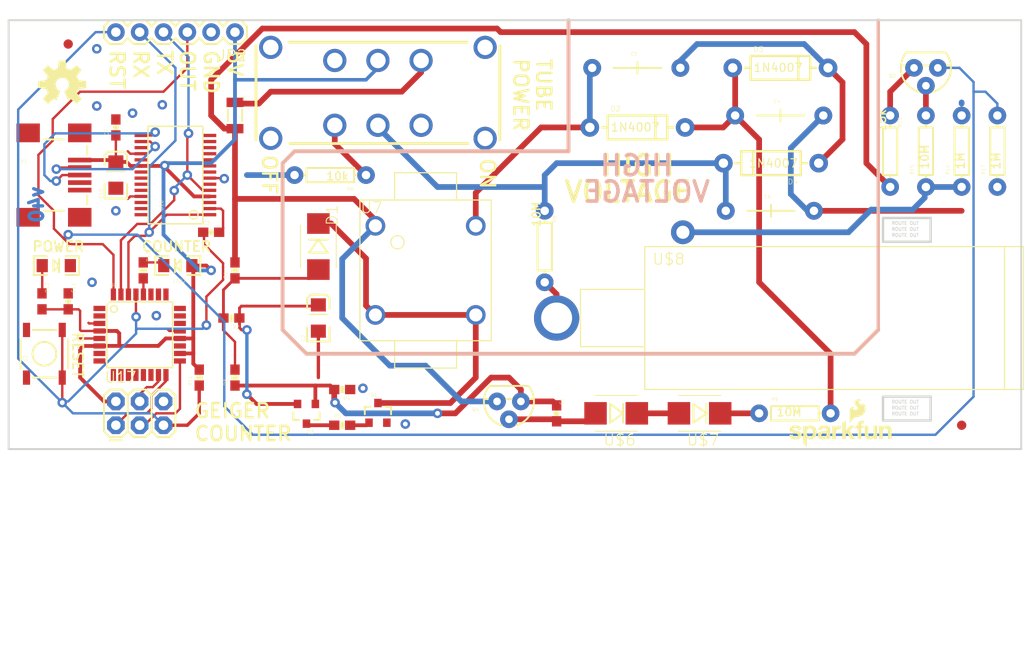
<source format=kicad_pcb>
(kicad_pcb (version 20211014) (generator pcbnew)
  (layers (0 "F.Cu" signal) (31 "B.Cu" signal) (34 "B.Paste" user) (35 "F.Paste" user) (36 "B.SilkS" user "B.Silkscreen") (37 "F.SilkS" user "F.Silkscreen") (38 "B.Mask" user) (39 "F.Mask" user) (44 "Edge.Cuts" user))
  (net 0 "")
  (net 1 "5V")
  (net 2 "GND")
  (net 3 "N$2")
  (net 4 "N$4")
  (net 5 "N$6")
  (net 6 "N$9")
  (net 7 "N$10")
  (net 8 "OSC1")
  (net 9 "OSC2")
  (net 10 "N$11")
  (net 11 "N$12")
  (net 12 "HV")
  (net 13 "N$14")
  (net 14 "OUT")
  (net 15 "MISO")
  (net 16 "SCK")
  (net 17 "RST")
  (net 18 "MOSI")
  (net 19 "N$20")
  (net 20 "N$21")
  (net 21 "N$15")
  (net 22 "N$17")
  (net 23 "N$19")
  (net 24 "MCU_RX")
  (net 25 "MCU_TX")
  (net 26 "VCC")
  (net 27 "N$7")
  (net 28 "N$1")
  (net 29 "DTR")
  (net 30 "N$3")
  (net 31 "N$5")
  (net 32 "N$8")
  (net 33 "N$18")
  (net 34 "N$22")
  (net 35 "N$23")
  (net 36 "N$13")
  (footprint "boardEagle:EIA3216" (layer "F.Cu") (at 105.9561 98.6536 90)
    (fp_text reference "C10")
    (fp_text value "10uF")
  )
  (footprint "boardEagle:STAND-OFF" (layer "F.Cu") (at 199.9361 125.3236)
    (fp_text reference "U$4" hide)
    (fp_text value "STAND-OFF" hide)
  )
  (footprint "boardEagle:LED-1206" (layer "F.Cu") (at 112.5601 108.3056 180)
    (fp_text reference "LED2")
    (fp_text value "Green")
  )
  (footprint "boardEagle:0603-CAP" (layer "F.Cu") (at 100.8761 112.1156 -90)
    (fp_text reference "C11")
    (fp_text value "0.1uF")
  )
  (footprint "boardEagle:STAND-OFF" (layer "F.Cu") (at 199.9361 84.6836)
    (fp_text reference "U$3" hide)
    (fp_text value "STAND-OFF" hide)
  )
  (footprint "boardEagle:0603-RES" (layer "F.Cu") (at 118.2751 113.8936 180)
    (fp_text reference "R2")
    (fp_text value "1k")
  )
  (footprint "boardEagle:CAP-PTH-LARGE" (layer "F.Cu") (at 175.8061 102.4636)
    (fp_text reference "C6")
    (fp_text value "0.01uF")
  )
  (footprint "boardEagle:AXIAL-0.3" (layer "F.Cu") (at 196.1261 96.1136 90)
    (fp_text reference "R14")
    (fp_text value "1M")
  )
  (footprint "boardEagle:OSHW-LOGO-M" (layer "F.Cu") (at 100.2411 89.0016)
    (fp_text reference "LOGO1" hide)
    (fp_text value "OSHW-LOGOM" hide)
  )
  (footprint "boardEagle:0603-RES" (layer "F.Cu") (at 118.6561 108.8136 90)
    (fp_text reference "R1")
    (fp_text value "1k")
  )
  (footprint "boardEagle:AXIAL-0.3" (layer "F.Cu") (at 188.5061 96.1136 -90)
    (fp_text reference "R16")
    (fp_text value "15k")
  )
  (footprint "boardEagle:FIDUCIAL-1X2" (layer "F.Cu") (at 196.1261 125.3236)
    (fp_text reference "FID2" hide)
    (fp_text value "FIDUCIAL1X2" hide)
  )
  (footprint "boardEagle:TO-92" (layer "F.Cu") (at 192.3161 87.2236 180)
    (fp_text reference "Q2")
    (fp_text value "MPSA18")
  )
  (footprint "boardEagle:TQFP32-08" (layer "F.Cu") (at 108.4961 115.6716)
    (fp_text reference "U8")
    (fp_text value "")
  )
  (footprint "boardEagle:SOT23-3" (layer "F.Cu") (at 126.2761 124.0536 180)
    (fp_text reference "Q3")
    (fp_text value "MMBT4403")
  )
  (footprint "boardEagle:DIODE-1N4001" (layer "F.Cu") (at 176.8061 87.2236)
    (fp_text reference "D3")
    (fp_text value "1N4007")
  )
  (footprint "boardEagle:TACTILE_SWITCH_SMD" (layer "F.Cu") (at 98.3361 117.7036 90)
    (fp_text reference "S2")
    (fp_text value "Reset")
  )
  (footprint "boardEagle:AXIAL-0.3" (layer "F.Cu") (at 178.3461 124.0536)
    (fp_text reference "R9")
    (fp_text value "10M")
  )
  (footprint "boardEagle:DIODE-1N4001" (layer "F.Cu") (at 161.5661 93.5736)
    (fp_text reference "D2")
    (fp_text value "1N4007")
  )
  (footprint "boardEagle:0603" (layer "F.Cu") (at 98.0821 112.1156 -90)
    (fp_text reference "R12")
    (fp_text value "330")
  )
  (footprint "boardEagle:STAND-OFF" (layer "F.Cu") (at 97.0661 84.6836)
    (fp_text reference "U$2" hide)
    (fp_text value "STAND-OFF" hide)
  )
  (footprint "boardEagle:SOT23-3" (layer "F.Cu") (at 133.8961 124.0536)
    (fp_text reference "Q1")
    (fp_text value "MPSA42")
  )
  (footprint "boardEagle:SMB-DIODE" (layer "F.Cu") (at 168.1861 124.0536 180)
    (fp_text reference "U$7")
    (fp_text value "DIODE-ZENERSMB")
  )
  (footprint "boardEagle:0603-RES" (layer "F.Cu") (at 108.8771 108.8136 -90)
    (fp_text reference "R13")
    (fp_text value "330")
  )
  (footprint "boardEagle:AXIAL-0.3" (layer "F.Cu") (at 199.9361 96.1136 90)
    (fp_text reference "R17")
    (fp_text value "1M")
  )
  (footprint "boardEagle:PTC-1206" (layer "F.Cu") (at 118.6561 92.3036 -90)
    (fp_text reference "F1")
    (fp_text value "PTCSMD")
  )
  (footprint "boardEagle:SFE_LOGO_NAME_FLAME_.1" (layer "F.Cu") (at 177.3301 127.7366)
    (fp_text reference "LOGO2" hide)
    (fp_text value "SFE_LOGO_NAME_FLAME.1_INCH" hide)
  )
  (footprint "boardEagle:GEIGER_TUBE" (layer "F.Cu") (at 152.9461 113.8936)
    (fp_text reference "U$8")
    (fp_text value "GEIGER_TUBELND712")
  )
  (footprint "boardEagle:0603-RES" (layer "F.Cu") (at 114.8461 120.2436 90)
    (fp_text reference "R11")
    (fp_text value "10k")
  )
  (footprint "boardEagle:TO-92" (layer "F.Cu") (at 147.8661 122.7836 180)
    (fp_text reference "Q4")
    (fp_text value "MPSA18")
  )
  (footprint "boardEagle:0603-RES" (layer "F.Cu") (at 130.0861 121.5136 180)
    (fp_text reference "R4")
    (fp_text value "150k")
  )
  (footprint "boardEagle:CREATIVE_COMMONS" (layer "F.Cu") (at 116.315043 146.9136)
    (fp_text reference "FRAME2" hide)
    (fp_text value "FRAME-LEDGER" hide)
  )
  (footprint "boardEagle:CAP-PTH-LARGE" (layer "F.Cu") (at 176.8061 92.3036)
    (fp_text reference "C4")
    (fp_text value "0.01uF")
  )
  (footprint "boardEagle:DIODE-HV" (layer "F.Cu") (at 127.5461 106.2736 -90)
    (fp_text reference "D1")
    (fp_text value "1N4007")
  )
  (footprint "boardEagle:0603-CAP" (layer "F.Cu") (at 116.1161 104.7496)
    (fp_text reference "C3")
    (fp_text value "0.1uF")
  )
  (footprint "boardEagle:2X3" (layer "F.Cu") (at 105.9561 125.3236)
    (fp_text reference "U17")
    (fp_text value "AVR_SPI_PRG_6PTH")
  )
  (footprint "boardEagle:FIDUCIAL-1X2" (layer "F.Cu") (at 100.8761 84.6836)
    (fp_text reference "FID1" hide)
    (fp_text value "FIDUCIAL1X2" hide)
  )
  (footprint "boardEagle:AXIAL-0.3" (layer "F.Cu") (at 151.6761 106.2736 -90)
    (fp_text reference "R8")
    (fp_text value "10M")
  )
  (footprint "boardEagle:CAP-PTH-LARGE" (layer "F.Cu") (at 161.5661 87.2236)
    (fp_text reference "C5")
    (fp_text value "0.01uF")
  )
  (footprint "boardEagle:0603-CAP" (layer "F.Cu") (at 152.9461 124.0536 -90)
    (fp_text reference "C1")
    (fp_text value "0.1uF")
  )
  (footprint "boardEagle:USB-MINIB" (layer "F.Cu") (at 99.6061 98.6536)
    (fp_text reference "X1")
    (fp_text value "USBSMD")
  )
  (footprint "boardEagle:0603-CAP" (layer "F.Cu") (at 105.9561 93.5736 90)
    (fp_text reference "C7")
    (fp_text value "0.1uF")
  )
  (footprint "boardEagle:0603-RES" (layer "F.Cu") (at 118.6561 120.2436 90)
    (fp_text reference "R3")
    (fp_text value "100k")
  )
  (footprint "boardEagle:DIODE-1N4001" (layer "F.Cu") (at 175.8061 97.3836 180)
    (fp_text reference "D4")
    (fp_text value "1N4007")
  )
  (footprint "boardEagle:1X06" (layer "F.Cu") (at 118.6561 83.4136 180)
    (fp_text reference "JP2")
    (fp_text value "debug")
  )
  (footprint "boardEagle:SMB-DIODE" (layer "F.Cu") (at 159.2961 124.0536 180)
    (fp_text reference "U$6")
    (fp_text value "DIODE-ZENERSMB")
  )
  (footprint "boardEagle:GPI-152-3013" (layer "F.Cu") (at 133.8961 89.8906)
    (fp_text reference "S1" hide)
    (fp_text value "SWITCH-DPDTGPI" hide)
  )
  (footprint "boardEagle:SSOP28DB" (layer "F.Cu") (at 112.3061 98.6536 90)
    (fp_text reference "U10")
    (fp_text value "FT232RL-BASICSSOP")
  )
  (footprint "boardEagle:EIA3216" (layer "F.Cu") (at 127.5461 113.8936 90)
    (fp_text reference "C2")
    (fp_text value "10uF")
  )
  (footprint "boardEagle:TRANSFORMER" (layer "F.Cu") (at 138.9761 108.8136)
    (fp_text reference "U7")
    (fp_text value "TRANSFORMERAUDIO")
  )
  (footprint "boardEagle:0603-RES" (layer "F.Cu") (at 130.0861 125.3236)
    (fp_text reference "R5")
    (fp_text value "1.8k")
  )
  (footprint "boardEagle:AXIAL-0.3" (layer "F.Cu") (at 128.8161 98.6536 180)
    (fp_text reference "R6")
    (fp_text value "10k")
  )
  (footprint "boardEagle:STAND-OFF" (layer "F.Cu") (at 97.0661 125.3236)
    (fp_text reference "U$1" hide)
    (fp_text value "STAND-OFF" hide)
  )
  (footprint "boardEagle:AXIAL-0.3" (layer "F.Cu") (at 192.3161 96.1136 90)
    (fp_text reference "R15")
    (fp_text value "10M")
  )
  (footprint "boardEagle:LED-1206" (layer "F.Cu") (at 99.6061 108.3056)
    (fp_text reference "LED1")
    (fp_text value "Red")
  )
  (gr_line (start 154.2161 96.1136) (end 154.2161 82.1436) (layer "B.SilkS") (width 0.4064))
  (gr_line (start 154.2161 96.1136) (end 125.0061 96.1136) (layer "B.SilkS") (width 0.4064))
  (gr_line (start 187.2361 115.1636) (end 184.6961 117.7036) (layer "B.SilkS") (width 0.4064))
  (gr_line (start 123.7361 97.3836) (end 123.7361 115.1636) (layer "B.SilkS") (width 0.4064))
  (gr_line (start 187.2361 82.1436) (end 187.2361 115.1636) (layer "B.SilkS") (width 0.3556))
  (gr_line (start 123.7361 97.3836) (end 125.0061 96.1136) (layer "B.SilkS") (width 0.4064))
  (gr_line (start 123.7361 115.1636) (end 126.2761 117.7036) (layer "B.SilkS") (width 0.4064))
  (gr_line (start 126.2761 117.7036) (end 184.6961 117.7036) (layer "B.SilkS") (width 0.4064))
  (gr_line (start 125.0061 96.1136) (end 123.7361 97.3836) (layer "F.SilkS") (width 0.4064))
  (gr_line (start 128.8161 117.7036) (end 184.6961 117.7036) (layer "F.SilkS") (width 0.4064))
  (gr_line (start 187.2361 115.1636) (end 187.2361 82.1436) (layer "F.SilkS") (width 0.3556))
  (gr_line (start 154.2161 96.1136) (end 154.2161 82.1436) (layer "F.SilkS") (width 0.4064))
  (gr_line (start 125.0061 96.1136) (end 154.2161 96.1136) (layer "F.SilkS") (width 0.4064))
  (gr_line (start 123.7361 115.1636) (end 126.2761 117.7036) (layer "F.SilkS") (width 0.4064))
  (gr_line (start 184.6961 117.7036) (end 187.2361 115.1636) (layer "F.SilkS") (width 0.4064))
  (gr_line (start 126.2761 117.7036) (end 128.4351 117.7036) (layer "F.SilkS") (width 0.4064))
  (gr_line (start 123.7361 97.3836) (end 123.7361 115.1636) (layer "F.SilkS") (width 0.4064))
  (gr_line (start 192.8241 103.2256) (end 192.8241 105.7656) (layer "Edge.Cuts") (width 0.254))
  (gr_line (start 187.7441 122.2756) (end 192.8241 122.2756) (layer "Edge.Cuts") (width 0.254))
  (gr_line (start 192.8241 124.8156) (end 187.7441 124.8156) (layer "Edge.Cuts") (width 0.254))
  (gr_line (start 192.8241 122.2756) (end 192.8241 124.8156) (layer "Edge.Cuts") (width 0.254))
  (gr_line (start 202.4761 82.1436) (end 94.5261 82.1436) (layer "Edge.Cuts") (width 0.2032))
  (gr_line (start 202.4761 127.8636) (end 202.4761 82.1436) (layer "Edge.Cuts") (width 0.2032))
  (gr_line (start 187.7441 105.7656) (end 187.7441 103.2256) (layer "Edge.Cuts") (width 0.254))
  (gr_line (start 94.5261 82.1436) (end 94.5261 127.8636) (layer "Edge.Cuts") (width 0.2032))
  (gr_line (start 187.7441 124.8156) (end 187.7441 122.2756) (layer "Edge.Cuts") (width 0.254))
  (gr_line (start 187.7441 103.2256) (end 192.8241 103.2256) (layer "Edge.Cuts") (width 0.254))
  (gr_line (start 94.5261 127.8636) (end 202.4761 127.8636) (layer "Edge.Cuts") (width 0.2032))
  (gr_line (start 192.8241 105.7656) (end 187.7441 105.7656) (layer "Edge.Cuts") (width 0.254))
  (gr_text "v40" (at 98.3361 99.6696 -270) (layer "B.Cu") (effects (font (size 1.4224 1.4224) (thickness 0.3556)) (justify left bottom mirror)))
  (gr_text "HIGH" (at 165.5699 98.9076) (layer "B.SilkS") (effects (font (size 2.159 2.159) (thickness 0.381)) (justify left bottom mirror)))
  (gr_text "VOLTAGE" (at 169.5069 101.7016) (layer "B.SilkS") (effects (font (size 2.159 2.159) (thickness 0.381)) (justify left bottom mirror)))
  (gr_text "RX" (at 107.7341 85.1916 270) (layer "F.SilkS") (effects (font (size 1.5113 1.5113) (thickness 0.2667)) (justify left bottom)))
  (gr_text "HIGH" (at 157.5181 98.9076) (layer "F.SilkS") (effects (font (size 2.159 2.159) (thickness 0.381)) (justify left bottom)))
  (gr_text "ON" (at 144.6911 96.7486 270) (layer "F.SilkS") (effects (font (size 1.5113 1.5113) (thickness 0.2667)) (justify left bottom)))
  (gr_text "TX" (at 110.2741 85.1916 270) (layer "F.SilkS") (effects (font (size 1.5113 1.5113) (thickness 0.2667)) (justify left bottom)))
  (gr_text "COUNTER" (at 108.6231 106.9086) (layer "F.SilkS") (effects (font (size 1.0795 1.0795) (thickness 0.1905)) (justify left bottom)))
  (gr_text "OUT" (at 112.6871 85.1916 270) (layer "F.SilkS") (effects (font (size 1.5113 1.5113) (thickness 0.2667)) (justify left bottom)))
  (gr_text "RESET" (at 101.2571 115.2906 270) (layer "F.SilkS") (effects (font (size 1.0795 1.0795) (thickness 0.1905)) (justify left bottom)))
  (gr_text "OFF" (at 121.4501 96.3676 270) (layer "F.SilkS") (effects (font (size 1.5113 1.5113) (thickness 0.2667)) (justify left bottom)))
  (gr_text "GND" (at 115.2271 85.1916 270) (layer "F.SilkS") (effects (font (size 1.5113 1.5113) (thickness 0.2667)) (justify left bottom)))
  (gr_text "VOLTAGE" (at 153.5811 101.7016) (layer "F.SilkS") (effects (font (size 2.159 2.159) (thickness 0.381)) (justify left bottom)))
  (gr_text "POWER" (at 96.9391 106.9086) (layer "F.SilkS") (effects (font (size 1.0795 1.0795) (thickness 0.1905)) (justify left bottom)))
  (gr_text "RST" (at 105.1941 85.1916 270) (layer "F.SilkS") (effects (font (size 1.5113 1.5113) (thickness 0.2667)) (justify left bottom)))
  (gr_text "TUBE\nPOWER" (at 148.2471 86.0806 270) (layer "F.SilkS") (effects (font (size 1.5113 1.5113) (thickness 0.2667)) (justify left bottom)))
  (gr_text "GEIGER\nCOUNTER" (at 114.2111 127.1016) (layer "F.SilkS") (effects (font (size 1.5113 1.5113) (thickness 0.2667)) (justify left bottom)))
  (gr_text "5V" (at 117.7671 85.1916 270) (layer "F.SilkS") (effects (font (size 1.5113 1.5113) (thickness 0.2667)) (justify left bottom)))
  (gr_text "ROUTE OUT" (at 188.6331 124.3076) (layer "Edge.Cuts") (effects (font (size 0.34544 0.34544) (thickness 0.06096)) (justify left bottom)))
  (gr_text "ROUTE OUT" (at 188.6331 105.2576) (layer "Edge.Cuts") (effects (font (size 0.34544 0.34544) (thickness 0.06096)) (justify left bottom)))
  (gr_text "ROUTE OUT" (at 188.6331 123.6726) (layer "Edge.Cuts") (effects (font (size 0.34544 0.34544) (thickness 0.06096)) (justify left bottom)))
  (gr_text "ROUTE OUT" (at 188.6331 103.9876) (layer "Edge.Cuts") (effects (font (size 0.34544 0.34544) (thickness 0.06096)) (justify left bottom)))
  (gr_text "ROUTE OUT" (at 188.6331 104.6226) (layer "Edge.Cuts") (effects (font (size 0.34544 0.34544) (thickness 0.06096)) (justify left bottom)))
  (gr_text "ROUTE OUT" (at 188.6331 123.0376) (layer "Edge.Cuts") (effects (font (size 0.34544 0.34544) (thickness 0.06096)) (justify left bottom)))
  (segment (start 106.316781 115.524282) (end 106.316781 116.761263) (width 0.4064) (layer "F.Cu") (net 1))
  (segment (start 111.1631 97.8056) (end 114.2861 100.9286) (width 0.4064) (layer "F.Cu") (net 1))
  (segment (start 105.9561 122.7836) (end 104.6861 122.7836) (width 0.4064) (layer "F.Cu") (net 1))
  (segment (start 112.7887 117.6716) (end 114.2111 117.6716) (width 0.4064) (layer "F.Cu") (net 1))
  (segment (start 107.0961 97.2536) (end 105.9561 97.2536) (width 0.4064) (layer "F.Cu") (net 1))
  (segment (start 114.0601 108.3056) (end 115.6081 108.3056) (width 0.4064) (layer "F.Cu") (net 1))
  (segment (start 110.4773 116.8654) (end 111.274859 116.067841) (width 0.4064) (layer "F.Cu") (net 1))
  (segment (start 111.1631 97.6376) (end 111.1221 97.6786) (width 0.254) (layer "F.Cu") (net 1))
  (segment (start 100.8761 112.9656) (end 101.9801 112.9656) (width 0.254) (layer "F.Cu") (net 1))
  (segment (start 112.7887 117.6716) (end 112.8207 117.7036) (width 0.4064) (layer "F.Cu") (net 1))
  (segment (start 114.2111 118.7586) (end 114.2111 117.6716) (width 0.4064) (layer "F.Cu") (net 1))
  (segment (start 106.0641 115.2716) (end 106.316781 115.524282) (width 0.4064) (layer "F.Cu") (net 1))
  (segment (start 108.6501 97.6786) (end 107.5211 97.6786) (width 0.4064) (layer "F.Cu") (net 1))
  (segment (start 114.2111 116.0716) (end 114.2111 108.4566) (width 0.4064) (layer "F.Cu") (net 1))
  (segment (start 114.2111 117.6716) (end 114.2111 116.0716) (width 0.4064) (layer "F.Cu") (net 1))
  (segment (start 105.9561 97.2536) (end 105.9561 94.4236) (width 0.254) (layer "F.Cu") (net 1))
  (segment (start 111.1631 97.6376) (end 111.1631 97.8056) (width 0.254) (layer "F.Cu") (net 1))
  (segment (start 112.78494 116.067841) (end 112.7887 116.0716) (width 0.4064) (layer "F.Cu") (net 1))
  (segment (start 102.2541 115.2716) (end 102.1461 115.1636) (width 0.254) (layer "F.Cu") (net 1))
  (segment (start 102.1461 120.2436) (end 102.1461 117.1956) (width 0.4064) (layer "F.Cu") (net 1))
  (segment (start 106.420918 116.8654) (end 110.4773 116.8654) (width 0.4064) (layer "F.Cu") (net 1))
  (segment (start 104.2035 115.2716) (end 106.0641 115.2716) (width 0.4064) (layer "F.Cu") (net 1))
  (segment (start 114.2111 108.4566) (end 114.0601 108.3056) (width 0.4064) (layer "F.Cu") (net 1))
  (segment (start 104.2035 115.2716) (end 102.2541 115.2716) (width 0.254) (layer "F.Cu") (net 1))
  (segment (start 104.2097 116.8654) (end 106.420918 116.8654) (width 0.4064) (layer "F.Cu") (net 1))
  (segment (start 107.5211 97.6786) (end 107.0961 97.2536) (width 0.4064) (layer "F.Cu") (net 1))
  (segment (start 111.274859 116.067841) (end 112.78494 116.067841) (width 0.4064) (layer "F.Cu") (net 1))
  (segment (start 105.9561 97.2536) (end 105.7561 97.0536) (width 0.254) (layer "F.Cu") (net 1))
  (segment (start 114.2111 118.7586) (end 114.8461 119.3936) (width 0.4064) (layer "F.Cu") (net 1))
  (segment (start 102.4701 116.8716) (end 104.2035 116.8716) (width 0.4064) (layer "F.Cu") (net 1))
  (segment (start 102.1461 113.1316) (end 102.1461 115.1636) (width 0.254) (layer "F.Cu") (net 1))
  (segment (start 106.316781 116.761263) (end 106.420918 116.8654) (width 0.4064) (layer "F.Cu") (net 1))
  (segment (start 114.8461 119.6086) (end 114.8461 119.3936) (width 0.4064) (layer "F.Cu") (net 1))
  (segment (start 112.7887 116.0716) (end 114.2111 116.0716) (width 0.4064) (layer "F.Cu") (net 1))
  (segment (start 104.6861 122.7836) (end 102.1461 120.2436) (width 0.4064) (layer "F.Cu") (net 1))
  (segment (start 105.7561 97.0536) (end 102.1061 97.0536) (width 0.4064) (layer "F.Cu") (net 1))
  (segment (start 115.6081 108.3056) (end 116.1161 108.8136) (width 0.4064) (layer "F.Cu") (net 1))
  (segment (start 111.1221 97.6786) (end 108.6501 97.6786) (width 0.4064) (layer "F.Cu") (net 1))
  (segment (start 104.2097 116.8654) (end 104.2035 116.8716) (width 0.4064) (layer "F.Cu") (net 1))
  (segment (start 98.0821 112.9656) (end 100.8761 112.9656) (width 0.254) (layer "F.Cu") (net 1))
  (segment (start 101.9801 112.9656) (end 102.1461 113.1316) (width 0.254) (layer "F.Cu") (net 1))
  (segment (start 102.1461 117.1956) (end 102.4701 116.8716) (width 0.4064) (layer "F.Cu") (net 1))
  (segment (start 114.2861 100.9286) (end 115.9621 100.9286) (width 0.4064) (layer "F.Cu") (net 1))
  (via (at 111.1631 97.6376) (size 1.016) (drill 0.508) (layers "F.Cu" "B.Cu") (net 1))
  (via (at 116.1161 108.8136) (size 1.016) (drill 0.508) (layers "F.Cu" "B.Cu") (net 1))
  (segment (start 118.6561 88.4936) (end 118.6561 83.4136) (width 0.4064) (layer "B.Cu") (net 1))
  (segment (start 111.0361 105.0036) (end 111.0361 97.7646) (width 0.4064) (layer "B.Cu") (net 1))
  (segment (start 132.6261 88.4936) (end 133.8961 87.2236) (width 0.381) (layer "B.Cu") (net 1))
  (segment (start 111.4171 97.3836) (end 116.1161 97.3836) (width 0.4064) (layer "B.Cu") (net 1))
  (segment (start 114.8461 108.8136) (end 111.0361 105.0036) (width 0.4064) (layer "B.Cu") (net 1))
  (segment (start 111.0361 97.7646) (end 111.1631 97.6376) (width 0.4064) (layer "B.Cu") (net 1))
  (segment (start 111.1631 97.6376) (end 111.4171 97.3836) (width 0.4064) (layer "B.Cu") (net 1))
  (segment (start 116.1161 108.8136) (end 114.8461 108.8136) (width 0.4064) (layer "B.Cu") (net 1))
  (segment (start 116.1161 97.3836) (end 118.6561 94.8436) (width 0.4064) (layer "B.Cu") (net 1))
  (segment (start 118.6561 94.8436) (end 118.6561 88.4936) (width 0.4064) (layer "B.Cu") (net 1))
  (segment (start 133.8961 87.2236) (end 133.8961 86.4356) (width 0.381) (layer "B.Cu") (net 1))
  (segment (start 118.6561 88.4936) (end 132.6261 88.4936) (width 0.381) (layer "B.Cu") (net 1))
  (segment (start 108.6501 100.9286) (end 107.4911 100.9286) (width 0.254) (layer "F.Cu") (net 2))
  (segment (start 117.4571 98.9786) (end 117.5131 99.0346) (width 0.254) (layer "F.Cu") (net 2))
  (segment (start 108.6501 96.3786) (end 107.4911 96.3786) (width 0.254) (layer "F.Cu") (net 2))
  (segment (start 104.2035 116.0716) (end 102.1271 116.0716) (width 0.254) (layer "F.Cu") (net 2))
  (segment (start 107.4911 100.9286) (end 107.2261 101.1936) (width 0.254) (layer "F.Cu") (net 2))
  (segment (start 102.1271 116.0716) (end 102.0191 116.1796) (width 0.254) (layer "F.Cu") (net 2))
  (segment (start 127.5461 120.2436) (end 127.5461 115.2936) (width 0.3556) (layer "F.Cu") (net 2))
  (segment (start 111.6521 115.2716) (end 111.4171 115.0366) (width 0.254) (layer "F.Cu") (net 2))
  (segment (start 180.3781 102.4636) (end 196.1261 102.4636) (width 0.6096) (layer "F.Cu") (net 2))
  (segment (start 115.9621 98.9786) (end 117.4571 98.9786) (width 0.254) (layer "F.Cu") (net 2))
  (segment (start 112.7887 115.2716) (end 111.6521 115.2716) (width 0.254) (layer "F.Cu") (net 2))
  (segment (start 104.2035 114.4716) (end 103.1051 114.4716) (width 0.254) (layer "F.Cu") (net 2))
  (segment (start 103.1051 114.4716) (end 103.0351 114.4016) (width 0.254) (layer "F.Cu") (net 2))
  (segment (start 107.4911 96.3786) (end 107.2261 96.1136) (width 0.254) (layer "F.Cu") (net 2))
  (via (at 110.9091 91.1606) (size 1.016) (drill 0.508) (layers "F.Cu" "B.Cu") (net 2))
  (via (at 103.9241 91.2876) (size 1.016) (drill 0.508) (layers "F.Cu" "B.Cu") (net 2))
  (via (at 117.5131 99.0346) (size 1.016) (drill 0.508) (layers "F.Cu" "B.Cu") (net 2))
  (via (at 105.9561 102.4636) (size 1.016) (drill 0.508) (layers "F.Cu" "B.Cu") (net 2))
  (via (at 110.2741 113.6396) (size 1.016) (drill 0.508) (layers "F.Cu" "B.Cu") (net 2))
  (via (at 103.9241 85.1916) (size 1.016) (drill 0.508) (layers "F.Cu" "B.Cu") (net 2))
  (via (at 103.4161 110.0836) (size 1.016) (drill 0.508) (layers "F.Cu" "B.Cu") (net 2))
  (via (at 136.8171 125.1966) (size 1.016) (drill 0.508) (layers "F.Cu" "B.Cu") (net 2))
  (via (at 132.2959 121.3866) (size 1.016) (drill 0.508) (layers "F.Cu" "B.Cu") (net 2))
  (via (at 107.7341 92.0496) (size 1.016) (drill 0.508) (layers "F.Cu" "B.Cu") (net 2))
  (segment (start 119.9261 98.6536) (end 125.0061 98.6536) (width 0.6096) (layer "B.Cu") (net 2))
  (segment (start 179.6923 102.4636) (end 177.9143 100.6856) (width 0.6096) (layer "B.Cu") (net 2))
  (segment (start 177.9143 95.7674) (end 181.3781 92.3036) (width 0.6096) (layer "B.Cu") (net 2))
  (segment (start 180.3781 102.4636) (end 179.6923 102.4636) (width 0.6096) (layer "B.Cu") (net 2))
  (segment (start 177.9143 100.6856) (end 177.9143 95.7674) (width 0.6096) (layer "B.Cu") (net 2))
  (segment (start 196.1261 91.0336) (end 196.1261 90.9066) (width 0.6096) (layer "B.Cu") (net 2))
  (segment (start 118.6561 109.6636) (end 117.4251 110.8946) (width 0.3048) (layer "F.Cu") (net 3))
  (segment (start 117.3861 113.9326) (end 117.4251 113.8936) (width 0.254) (layer "F.Cu") (net 3))
  (segment (start 126.6101 109.6636) (end 127.0586 109.2151) (width 0.3048) (layer "F.Cu") (net 3))
  (segment (start 126.8101 109.4636) (end 127.0586 109.2151) (width 0.3556) (layer "F.Cu") (net 3))
  (segment (start 117.3861 115.1636) (end 117.3861 113.9326) (width 0.254) (layer "F.Cu") (net 3))
  (segment (start 117.4251 110.8946) (end 117.4251 113.8936) (width 0.3048) (layer "F.Cu") (net 3))
  (segment (start 127.0586 109.2151) (end 127.5461 108.7276) (width 0.3556) (layer "F.Cu") (net 3))
  (segment (start 118.6561 109.6636) (end 126.6101 109.6636) (width 0.3048) (layer "F.Cu") (net 3))
  (segment (start 118.6561 119.3936) (end 118.6561 116.4336) (width 0.254) (layer "F.Cu") (net 3))
  (segment (start 118.6561 116.4336) (end 117.3861 115.1636) (width 0.254) (layer "F.Cu") (net 3))
  (segment (start 119.9261 115.1636) (end 119.3673 115.1636) (width 0.3048) (layer "F.Cu") (net 4))
  (segment (start 119.1387 114.935) (end 119.1387 113.9072) (width 0.3048) (layer "F.Cu") (net 4))
  (segment (start 119.1387 113.88) (end 119.1251 113.8936) (width 0.3048) (layer "F.Cu") (net 4))
  (segment (start 120.9581 123.0536) (end 119.9261 122.0216) (width 0.4064) (layer "F.Cu") (net 4))
  (segment (start 119.9261 112.6236) (end 127.4161 112.6236) (width 0.3048) (layer "F.Cu") (net 4))
  (segment (start 119.3419 112.6236) (end 119.1387 112.8268) (width 0.3048) (layer "F.Cu") (net 4))
  (segment (start 119.3673 115.1636) (end 119.1387 114.935) (width 0.3048) (layer "F.Cu") (net 4))
  (segment (start 127.4161 112.6236) (end 127.5461 112.4936) (width 0.3556) (layer "F.Cu") (net 4))
  (segment (start 119.1387 113.9072) (end 119.1251 113.8936) (width 0.3048) (layer "F.Cu") (net 4))
  (segment (start 119.9261 112.6236) (end 119.3419 112.6236) (width 0.3048) (layer "F.Cu") (net 4))
  (segment (start 120.9581 123.0536) (end 125.3261 123.0536) (width 0.4064) (layer "F.Cu") (net 4))
  (segment (start 119.1387 112.8268) (end 119.1387 113.88) (width 0.3048) (layer "F.Cu") (net 4))
  (via (at 119.9261 115.1636) (size 1.016) (drill 0.508) (layers "F.Cu" "B.Cu") (net 4))
  (via (at 119.9261 122.0216) (size 1.016) (drill 0.508) (layers "F.Cu" "B.Cu") (net 4))
  (segment (start 119.9261 122.0216) (end 119.9261 115.1636) (width 0.3556) (layer "B.Cu") (net 4))
  (segment (start 126.2761 125.1536) (end 126.4461 125.3236) (width 0.4064) (layer "F.Cu") (net 5))
  (segment (start 126.4461 125.3236) (end 129.2361 125.3236) (width 0.4064) (layer "F.Cu") (net 5))
  (segment (start 132.6761 125.3236) (end 132.9461 125.0536) (width 0.4064) (layer "F.Cu") (net 6))
  (segment (start 130.9361 125.3236) (end 132.6761 125.3236) (width 0.4064) (layer "F.Cu") (net 6))
  (segment (start 144.3261 113.5636) (end 133.6261 113.5636) (width 0.6096) (layer "F.Cu") (net 7))
  (segment (start 128.9021 103.8196) (end 127.5461 103.8196) (width 0.6096) (layer "F.Cu") (net 7))
  (segment (start 132.6261 107.5436) (end 128.9021 103.8196) (width 0.6096) (layer "F.Cu") (net 7))
  (segment (start 144.3261 120.2436) (end 144.3261 113.5636) (width 0.6096) (layer "F.Cu") (net 7))
  (segment (start 133.6261 113.5636) (end 132.6261 112.5636) (width 0.6096) (layer "F.Cu") (net 7))
  (segment (start 133.8961 122.9536) (end 141.6161 122.9536) (width 0.6096) (layer "F.Cu") (net 7))
  (segment (start 141.6161 122.9536) (end 144.3261 120.2436) (width 0.6096) (layer "F.Cu") (net 7))
  (segment (start 132.6261 112.5636) (end 132.6261 107.5436) (width 0.6096) (layer "F.Cu") (net 7))
  (segment (start 154.2161 93.5736) (end 151.6761 93.5736) (width 0.6096) (layer "F.Cu") (net 8))
  (segment (start 144.3261 103.4636) (end 144.3261 100.5426) (width 0.6096) (layer "F.Cu") (net 8))
  (segment (start 144.3261 104.0636) (end 144.3261 103.4636) (width 0.6096) (layer "F.Cu") (net 8))
  (segment (start 151.2951 93.5736) (end 151.1681 93.7006) (width 0.6096) (layer "F.Cu") (net 8))
  (segment (start 151.6761 93.5736) (end 151.2951 93.5736) (width 0.6096) (layer "F.Cu") (net 8))
  (segment (start 144.3261 100.5426) (end 151.1681 93.7006) (width 0.6096) (layer "F.Cu") (net 8))
  (segment (start 154.2161 93.5736) (end 156.4861 93.5736) (width 0.6096) (layer "F.Cu") (net 8))
  (segment (start 156.4861 93.5736) (end 156.4861 87.4776) (width 0.6096) (layer "B.Cu") (net 8))
  (segment (start 156.4861 87.4776) (end 156.7401 87.2236) (width 0.6096) (layer "B.Cu") (net 8))
  (segment (start 127.2261 123.0536) (end 127.2261 121.0936) (width 0.4064) (layer "F.Cu") (net 9))
  (segment (start 147.8661 120.2436) (end 145.9611 120.2436) (width 0.6096) (layer "F.Cu") (net 9))
  (segment (start 128.8161 121.0936) (end 129.2361 121.5136) (width 0.4064) (layer "F.Cu") (net 9))
  (segment (start 149.1361 122.7836) (end 149.1361 121.5136) (width 0.6096) (layer "F.Cu") (net 9))
  (segment (start 142.1511 124.0536) (end 140.2461 124.0536) (width 0.6096) (layer "F.Cu") (net 9))
  (segment (start 149.1361 122.7836) (end 152.5261 122.7836) (width 0.6096) (layer "F.Cu") (net 9))
  (segment (start 149.1361 121.5136) (end 147.8661 120.2436) (width 0.6096) (layer "F.Cu") (net 9))
  (segment (start 152.5261 122.7836) (end 152.9461 123.2036) (width 0.6096) (layer "F.Cu") (net 9))
  (segment (start 118.6561 121.0936) (end 127.2261 121.0936) (width 0.4064) (layer "F.Cu") (net 9))
  (segment (start 129.2361 121.5136) (end 129.2361 122.9106) (width 0.6096) (layer "F.Cu") (net 9))
  (segment (start 127.2261 121.0936) (end 128.8161 121.0936) (width 0.4064) (layer "F.Cu") (net 9))
  (segment (start 129.2361 122.9106) (end 129.3241 122.9106) (width 0.6096) (layer "F.Cu") (net 9))
  (segment (start 145.9611 120.2436) (end 142.1511 124.0536) (width 0.6096) (layer "F.Cu") (net 9))
  (via (at 129.3241 122.9106) (size 1.016) (drill 0.508) (layers "F.Cu" "B.Cu") (net 9))
  (via (at 140.2461 124.0536) (size 1.016) (drill 0.508) (layers "F.Cu" "B.Cu") (net 9))
  (segment (start 140.2461 124.0536) (end 130.4671 124.0536) (width 0.6096) (layer "B.Cu") (net 9))
  (segment (start 130.4671 124.0536) (end 129.3241 122.9106) (width 0.6096) (layer "B.Cu") (net 9))
  (segment (start 174.5361 94.8596) (end 171.9801 92.3036) (width 0.6096) (layer "F.Cu") (net 10))
  (segment (start 175.8061 111.3536) (end 174.5361 110.0836) (width 0.6096) (layer "F.Cu") (net 10))
  (segment (start 171.9801 87.4776) (end 171.7261 87.2236) (width 0.6096) (layer "F.Cu") (net 10))
  (segment (start 182.1561 117.7036) (end 175.8061 111.3536) (width 0.6096) (layer "F.Cu") (net 10))
  (segment (start 174.5361 110.0836) (end 174.5361 94.8596) (width 0.6096) (layer "F.Cu") (net 10))
  (segment (start 182.1561 124.0536) (end 182.1561 117.7036) (width 0.6096) (layer "F.Cu") (net 10))
  (segment (start 171.9801 92.3036) (end 171.9801 87.4776) (width 0.6096) (layer "F.Cu") (net 10))
  (segment (start 170.7101 93.5736) (end 171.9801 92.3036) (width 0.6096) (layer "F.Cu") (net 10))
  (segment (start 166.6461 93.5736) (end 170.7101 93.5736) (width 0.6096) (layer "F.Cu") (net 10))
  (segment (start 183.4261 94.8436) (end 180.8861 97.3836) (width 0.6096) (layer "F.Cu") (net 11))
  (segment (start 183.4261 88.7636) (end 183.4261 94.8436) (width 0.6096) (layer "F.Cu") (net 11))
  (segment (start 181.8861 87.2236) (end 183.4261 88.7636) (width 0.6096) (layer "F.Cu") (net 11))
  (segment (start 166.1381 87.2236) (end 166.1381 86.4616) (width 0.6096) (layer "B.Cu") (net 11))
  (segment (start 167.9161 84.6836) (end 179.3461 84.6836) (width 0.6096) (layer "B.Cu") (net 11))
  (segment (start 179.3461 84.6836) (end 181.8861 87.2236) (width 0.6096) (layer "B.Cu") (net 11))
  (segment (start 166.1381 86.4616) (end 167.9161 84.6836) (width 0.6096) (layer "B.Cu") (net 11))
  (segment (start 133.8961 93.5736) (end 140.2461 99.9236) (width 0.6096) (layer "B.Cu") (net 12))
  (segment (start 133.8961 93.3456) (end 133.8961 93.5736) (width 0.6096) (layer "B.Cu") (net 12))
  (segment (start 151.6761 99.9236) (end 151.6761 98.6536) (width 0.6096) (layer "B.Cu") (net 12))
  (segment (start 152.9461 97.3836) (end 170.7261 97.3836) (width 0.6096) (layer "B.Cu") (net 12))
  (segment (start 140.2461 99.9236) (end 151.6761 99.9236) (width 0.6096) (layer "B.Cu") (net 12))
  (segment (start 151.6761 98.6536) (end 152.9461 97.3836) (width 0.6096) (layer "B.Cu") (net 12))
  (segment (start 170.9801 102.4636) (end 170.9801 97.6376) (width 0.6096) (layer "B.Cu") (net 12))
  (segment (start 170.9801 97.6376) (end 170.7261 97.3836) (width 0.6096) (layer "B.Cu") (net 12))
  (segment (start 151.6761 102.4636) (end 151.6761 99.9236) (width 0.6096) (layer "B.Cu") (net 12))
  (segment (start 152.9461 113.8936) (end 152.9461 111.3536) (width 0.6096) (layer "F.Cu") (net 13))
  (segment (start 152.9461 111.3536) (end 151.6761 110.0836) (width 0.6096) (layer "F.Cu") (net 13))
  (segment (start 99.2251 92.6846) (end 102.1461 89.7636) (width 0.254) (layer "F.Cu") (net 14))
  (segment (start 99.2251 94.9706) (end 99.2251 92.6846) (width 0.254) (layer "F.Cu") (net 14))
  (segment (start 113.5761 87.2236) (end 113.5761 83.4136) (width 0.254) (layer "F.Cu") (net 14))
  (segment (start 99.3521 104.3686) (end 99.3521 102.4636) (width 0.254) (layer "F.Cu") (net 14))
  (segment (start 111.0361 89.7636) (end 113.5761 87.2236) (width 0.254) (layer "F.Cu") (net 14))
  (segment (start 105.7021 107.1626) (end 105.7021 111.373) (width 0.254) (layer "F.Cu") (net 14))
  (segment (start 100.8761 105.0036) (end 100.4316 105.4481) (width 0.254) (layer "F.Cu") (net 14))
  (segment (start 99.3521 102.4636) (end 97.7011 100.8126) (width 0.254) (layer "F.Cu") (net 14))
  (segment (start 104.5591 106.0196) (end 101.0031 106.0196) (width 0.254) (layer "F.Cu") (net 14))
  (segment (start 101.0031 106.0196) (end 100.4316 105.4481) (width 0.254) (layer "F.Cu") (net 14))
  (segment (start 97.7011 100.8126) (end 97.7011 96.4946) (width 0.254) (layer "F.Cu") (net 14))
  (segment (start 105.7021 111.373) (end 105.6961 111.379) (width 0.254) (layer "F.Cu") (net 14))
  (segment (start 105.7021 107.1626) (end 104.5591 106.0196) (width 0.254) (layer "F.Cu") (net 14))
  (segment (start 97.7011 96.4946) (end 99.2251 94.9706) (width 0.254) (layer "F.Cu") (net 14))
  (segment (start 102.1461 89.7636) (end 111.0361 89.7636) (width 0.254) (layer "F.Cu") (net 14))
  (segment (start 100.4316 105.4481) (end 99.3521 104.3686) (width 0.254) (layer "F.Cu") (net 14))
  (via (at 100.8761 105.0036) (size 1.016) (drill 0.508) (layers "F.Cu" "B.Cu") (net 14))
  (segment (start 193.5861 87.2236) (end 195.8861 87.2236) (width 0.254) (layer "B.Cu") (net 14))
  (segment (start 195.8861 87.2236) (end 197.3961 88.7336) (width 0.254) (layer "B.Cu") (net 14))
  (segment (start 100.8761 105.0036) (end 108.2421 105.0036) (width 0.254) (layer "B.Cu") (net 14))
  (segment (start 197.3961 122.2756) (end 197.3961 89.7636) (width 0.254) (layer "B.Cu") (net 14))
  (segment (start 198.6661 89.7636) (end 197.3961 89.7636) (width 0.254) (layer "B.Cu") (net 14))
  (segment (start 108.2421 105.0036) (end 117.5131 114.2746) (width 0.254) (layer "B.Cu") (net 14))
  (segment (start 199.9361 92.3036) (end 199.9361 91.0336) (width 0.254) (layer "B.Cu") (net 14))
  (segment (start 197.3961 89.7636) (end 197.3961 88.7336) (width 0.254) (layer "B.Cu") (net 14))
  (segment (start 120.5611 126.3396) (end 117.5131 123.2916) (width 0.254) (layer "B.Cu") (net 14))
  (segment (start 193.3321 126.3396) (end 120.5611 126.3396) (width 0.254) (layer "B.Cu") (net 14))
  (segment (start 197.3961 122.2756) (end 193.3321 126.3396) (width 0.254) (layer "B.Cu") (net 14))
  (segment (start 117.5131 114.2746) (end 117.5131 123.2916) (width 0.254) (layer "B.Cu") (net 14))
  (segment (start 199.9361 91.0336) (end 198.6661 89.7636) (width 0.254) (layer "B.Cu") (net 14))
  (segment (start 105.9561 125.3236) (end 107.2261 124.0536) (width 0.254) (layer "F.Cu") (net 15))
  (segment (start 107.2261 124.0536) (end 109.2581 124.0536) (width 0.254) (layer "F.Cu") (net 15))
  (segment (start 109.2581 124.0536) (end 109.7661 123.5456) (width 0.254) (layer "F.Cu") (net 15))
  (segment (start 111.2961 120.6186) (end 111.2961 119.9642) (width 0.254) (layer "F.Cu") (net 15))
  (segment (start 109.7661 122.1486) (end 111.2961 120.6186) (width 0.254) (layer "F.Cu") (net 15))
  (segment (start 109.7661 123.5456) (end 109.7661 122.1486) (width 0.254) (layer "F.Cu") (net 15))
  (segment (start 110.2741 124.0536) (end 112.3061 124.0536) (width 0.254) (layer "F.Cu") (net 16))
  (segment (start 109.0041 125.3236) (end 110.2741 124.0536) (width 0.254) (layer "F.Cu") (net 16))
  (segment (start 112.3061 124.0536) (end 112.7887 123.571) (width 0.254) (layer "F.Cu") (net 16))
  (segment (start 112.7887 123.571) (end 112.7887 118.4716) (width 0.254) (layer "F.Cu") (net 16))
  (segment (start 108.4961 125.3236) (end 109.0041 125.3236) (width 0.254) (layer "F.Cu") (net 16))
  (segment (start 100.2411 120.2436) (end 100.2411 115.1636) (width 0.254) (layer "F.Cu") (net 17))
  (segment (start 115.3541 104.8376) (end 115.2661 104.7496) (width 0.254) (layer "F.Cu") (net 17))
  (segment (start 113.5761 125.3236) (end 114.8461 124.0536) (width 0.3556) (layer "F.Cu") (net 17))
  (segment (start 115.6081 114.6556) (end 115.6081 111.6076) (width 0.254) (layer "F.Cu") (net 17))
  (segment (start 108.1151 113.7666) (end 108.0961 113.7476) (width 0.254) (layer "F.Cu") (net 17))
  (segment (start 114.8461 124.0536) (end 114.8461 121.0936) (width 0.3556) (layer "F.Cu") (net 17))
  (segment (start 115.3541 106.0196) (end 115.3541 104.8376) (width 0.254) (layer "F.Cu") (net 17))
  (segment (start 100.2411 122.9106) (end 100.2411 120.2436) (width 0.254) (layer "F.Cu") (net 17))
  (segment (start 117.3861 109.8296) (end 117.3861 108.0516) (width 0.254) (layer "F.Cu") (net 17))
  (segment (start 115.6081 111.6076) (end 117.3861 109.8296) (width 0.254) (layer "F.Cu") (net 17))
  (segment (start 117.3861 108.0516) (end 115.3541 106.0196) (width 0.254) (layer "F.Cu") (net 17))
  (segment (start 111.0361 125.3236) (end 113.5761 125.3236) (width 0.3556) (layer "F.Cu") (net 17))
  (segment (start 108.0961 113.7476) (end 108.0961 111.379) (width 0.254) (layer "F.Cu") (net 17))
  (via (at 100.2411 122.9106) (size 1.016) (drill 0.508) (layers "F.Cu" "B.Cu") (net 17))
  (via (at 108.1151 113.7666) (size 1.016) (drill 0.508) (layers "F.Cu" "B.Cu") (net 17))
  (via (at 115.6081 114.6556) (size 1.016) (drill 0.508) (layers "F.Cu" "B.Cu") (net 17))
  (segment (start 100.2411 122.9106) (end 95.5421 118.2116) (width 0.254) (layer "B.Cu") (net 17))
  (segment (start 100.2411 122.9106) (end 101.3841 124.0536) (width 0.254) (layer "B.Cu") (net 17))
  (segment (start 115.2271 115.0366) (end 115.6081 114.6556) (width 0.254) (layer "B.Cu") (net 17))
  (segment (start 95.5421 91.6686) (end 103.7971 83.4136) (width 0.254) (layer "B.Cu") (net 17))
  (segment (start 101.3841 124.0536) (end 109.7661 124.0536) (width 0.254) (layer "B.Cu") (net 17))
  (segment (start 108.1151 115.5446) (end 100.8761 122.7836) (width 0.254) (layer "B.Cu") (net 17))
  (segment (start 108.1151 113.7666) (end 108.1151 115.1636) (width 0.254) (layer "B.Cu") (net 17))
  (segment (start 109.7661 124.0536) (end 111.0361 125.3236) (width 0.254) (layer "B.Cu") (net 17))
  (segment (start 108.2421 115.0366) (end 108.1151 115.1636) (width 0.254) (layer "B.Cu") (net 17))
  (segment (start 115.2271 115.0366) (end 108.2421 115.0366) (width 0.254) (layer "B.Cu") (net 17))
  (segment (start 95.5421 118.2116) (end 95.5421 91.6686) (width 0.254) (layer "B.Cu") (net 17))
  (segment (start 100.3681 122.7836) (end 100.2411 122.9106) (width 0.254) (layer "B.Cu") (net 17))
  (segment (start 100.8761 122.7836) (end 100.3681 122.7836) (width 0.254) (layer "B.Cu") (net 17))
  (segment (start 105.9561 83.4136) (end 103.7971 83.4136) (width 0.254) (layer "B.Cu") (net 17))
  (segment (start 108.1151 115.1636) (end 108.1151 115.5446) (width 0.254) (layer "B.Cu") (net 17))
  (segment (start 109.2581 121.2596) (end 108.4961 122.0216) (width 0.254) (layer "F.Cu") (net 18))
  (segment (start 109.8931 121.2596) (end 109.2581 121.2596) (width 0.254) (layer "F.Cu") (net 18))
  (segment (start 108.4961 122.0216) (end 108.4961 122.7836) (width 0.254) (layer "F.Cu") (net 18))
  (segment (start 110.4961 120.6566) (end 109.8931 121.2596) (width 0.254) (layer "F.Cu") (net 18))
  (segment (start 110.4961 120.6566) (end 110.4961 119.9642) (width 0.254) (layer "F.Cu") (net 18))
  (segment (start 110.7181 107.9636) (end 111.0601 108.3056) (width 0.254) (layer "F.Cu") (net 19))
  (segment (start 108.8771 107.9636) (end 110.7181 107.9636) (width 0.254) (layer "F.Cu") (net 19))
  (segment (start 108.8961 109.6826) (end 108.8771 109.6636) (width 0.254) (layer "F.Cu") (net 20))
  (segment (start 108.8961 111.379) (end 108.8961 109.6826) (width 0.254) (layer "F.Cu") (net 20))
  (segment (start 110.1471 95.6056) (end 109.6201 95.0786) (width 0.254) (layer "F.Cu") (net 21))
  (segment (start 109.6201 95.0786) (end 108.6501 95.0786) (width 0.254) (layer "F.Cu") (net 21))
  (segment (start 102.1061 97.8536) (end 99.7711 97.8536) (width 0.254) (layer "F.Cu") (net 21))
  (segment (start 99.7711 97.8536) (end 99.6061 98.0186) (width 0.254) (layer "F.Cu") (net 21))
  (via (at 99.6061 98.0186) (size 1.016) (drill 0.508) (layers "F.Cu" "B.Cu") (net 21))
  (via (at 110.1471 95.6056) (size 1.016) (drill 0.508) (layers "F.Cu" "B.Cu") (net 21))
  (segment (start 107.7341 98.0186) (end 110.1471 95.6056) (width 0.254) (layer "B.Cu") (net 21))
  (segment (start 99.6061 98.0186) (end 107.7341 98.0186) (width 0.254) (layer "B.Cu") (net 21))
  (segment (start 109.8001 94.4286) (end 108.6501 94.4286) (width 0.254) (layer "F.Cu") (net 22))
  (segment (start 110.1471 94.0816) (end 109.8001 94.4286) (width 0.254) (layer "F.Cu") (net 22))
  (segment (start 99.6061 99.2886) (end 100.2411 98.6536) (width 0.254) (layer "F.Cu") (net 22))
  (segment (start 100.2411 98.6536) (end 102.1061 98.6536) (width 0.254) (layer "F.Cu") (net 22))
  (via (at 110.1471 94.0816) (size 1.016) (drill 0.508) (layers "F.Cu" "B.Cu") (net 22))
  (via (at 99.6061 99.2886) (size 1.016) (drill 0.508) (layers "F.Cu" "B.Cu") (net 22))
  (segment (start 98.3361 95.3516) (end 99.4791 94.2086) (width 0.254) (layer "B.Cu") (net 22))
  (segment (start 110.0201 94.2086) (end 110.1471 94.0816) (width 0.254) (layer "B.Cu") (net 22))
  (segment (start 98.3361 98.6536) (end 98.3361 95.3516) (width 0.254) (layer "B.Cu") (net 22))
  (segment (start 98.3361 98.6536) (end 98.9711 99.2886) (width 0.254) (layer "B.Cu") (net 22))
  (segment (start 98.9711 99.2886) (end 99.6061 99.2886) (width 0.254) (layer "B.Cu") (net 22))
  (segment (start 99.4791 94.2086) (end 110.0201 94.2086) (width 0.254) (layer "B.Cu") (net 22))
  (segment (start 98.1061 111.2416) (end 98.0821 111.2656) (width 0.254) (layer "F.Cu") (net 23))
  (segment (start 98.1061 108.3056) (end 98.1061 111.2416) (width 0.254) (layer "F.Cu") (net 23))
  (segment (start 107.2961 111.379) (end 107.2961 105.8226) (width 0.254) (layer "F.Cu") (net 24))
  (segment (start 109.1311 105.1306) (end 109.5121 104.7496) (width 0.254) (layer "F.Cu") (net 24))
  (segment (start 107.2961 105.8226) (end 107.9881 105.1306) (width 0.254) (layer "F.Cu") (net 24))
  (segment (start 107.9881 105.1306) (end 109.1311 105.1306) (width 0.254) (layer "F.Cu") (net 24))
  (segment (start 111.3831 102.8786) (end 109.5121 104.7496) (width 0.254) (layer "F.Cu") (net 24))
  (segment (start 115.9621 102.8786) (end 111.3831 102.8786) (width 0.254) (layer "F.Cu") (net 24))
  (via (at 109.5121 104.7496) (size 1.016) (drill 0.508) (layers "F.Cu" "B.Cu") (net 24))
  (segment (start 109.5121 104.7496) (end 109.6391 104.8766) (width 0.254) (layer "B.Cu") (net 24))
  (segment (start 109.5121 104.7496) (end 109.5121 97.7646) (width 0.254) (layer "B.Cu") (net 24))
  (segment (start 108.4961 83.4136) (end 112.3061 87.2236) (width 0.254) (layer "B.Cu") (net 24))
  (segment (start 109.5121 104.7496) (end 109.5121 104.8766) (width 0.254) (layer "B.Cu") (net 24))
  (segment (start 109.5121 97.7646) (end 112.3061 94.9706) (width 0.254) (layer "B.Cu") (net 24))
  (segment (start 112.3061 94.9706) (end 112.3061 87.2236) (width 0.254) (layer "B.Cu") (net 24))
  (segment (start 113.5761 98.6536) (end 113.5761 94.3356) (width 0.254) (layer "F.Cu") (net 25))
  (segment (start 115.2011 100.2786) (end 115.9621 100.2786) (width 0.254) (layer "F.Cu") (net 25))
  (segment (start 109.6391 103.8606) (end 112.1791 101.3206) (width 0.254) (layer "F.Cu") (net 25))
  (segment (start 112.1791 101.3206) (end 112.1791 100.3046) (width 0.254) (layer "F.Cu") (net 25))
  (segment (start 106.4961 111.379) (end 106.4961 105.6066) (width 0.254) (layer "F.Cu") (net 25))
  (segment (start 113.5761 94.3356) (end 113.7031 94.2086) (width 0.254) (layer "F.Cu") (net 25))
  (segment (start 108.2421 103.8606) (end 109.6391 103.8606) (width 0.254) (layer "F.Cu") (net 25))
  (segment (start 113.5761 98.6536) (end 115.2011 100.2786) (width 0.254) (layer "F.Cu") (net 25))
  (segment (start 106.4961 105.6066) (end 108.2421 103.8606) (width 0.254) (layer "F.Cu") (net 25))
  (via (at 113.7031 94.2086) (size 1.016) (drill 0.508) (layers "F.Cu" "B.Cu") (net 25))
  (via (at 113.5761 98.6536) (size 1.016) (drill 0.508) (layers "F.Cu" "B.Cu") (net 25))
  (via (at 112.1791 100.3046) (size 1.016) (drill 0.508) (layers "F.Cu" "B.Cu") (net 25))
  (segment (start 113.7031 86.0806) (end 111.0361 83.4136) (width 0.254) (layer "B.Cu") (net 25))
  (segment (start 112.1791 100.0506) (end 113.5761 98.6536) (width 0.254) (layer "B.Cu") (net 25))
  (segment (start 113.7031 94.2086) (end 113.7031 86.0806) (width 0.254) (layer "B.Cu") (net 25))
  (segment (start 112.1791 100.3046) (end 112.1791 100.0506) (width 0.254) (layer "B.Cu") (net 25))
  (segment (start 116.1161 88.4936) (end 116.1161 92.3036) (width 0.6096) (layer "F.Cu") (net 26))
  (segment (start 121.1961 83.4136) (end 119.9261 84.6836) (width 0.6096) (layer "F.Cu") (net 26))
  (segment (start 187.2361 98.6536) (end 185.9661 97.3836) (width 0.6096) (layer "F.Cu") (net 26))
  (segment (start 146.5961 83.0326) (end 121.5771 83.0326) (width 0.6096) (layer "F.Cu") (net 26))
  (segment (start 116.1161 92.3036) (end 117.3861 93.5736) (width 0.6096) (layer "F.Cu") (net 26))
  (segment (start 146.9771 83.4136) (end 146.5961 83.0326) (width 0.6096) (layer "F.Cu") (net 26))
  (segment (start 118.6561 101.1936) (end 118.6561 107.9636) (width 0.6096) (layer "F.Cu") (net 26))
  (segment (start 185.9661 97.3836) (end 185.9661 84.6836) (width 0.6096) (layer "F.Cu") (net 26))
  (segment (start 118.6561 93.7036) (end 118.6561 101.1936) (width 0.6096) (layer "F.Cu") (net 26))
  (segment (start 118.6561 101.1936) (end 131.3561 101.1936) (width 0.6096) (layer "F.Cu") (net 26))
  (segment (start 133.6261 103.4636) (end 133.6261 104.0636) (width 0.6096) (layer "F.Cu") (net 26))
  (segment (start 184.6961 83.4136) (end 146.9771 83.4136) (width 0.6096) (layer "F.Cu") (net 26))
  (segment (start 121.5771 83.0326) (end 121.1961 83.4136) (width 0.6096) (layer "F.Cu") (net 26))
  (segment (start 118.6561 93.7036) (end 117.5161 93.7036) (width 0.6096) (layer "F.Cu") (net 26))
  (segment (start 131.3561 101.1936) (end 133.6261 103.4636) (width 0.6096) (layer "F.Cu") (net 26))
  (segment (start 185.9661 84.6836) (end 184.6961 83.4136) (width 0.6096) (layer "F.Cu") (net 26))
  (segment (start 119.9261 84.6836) (end 116.1161 88.4936) (width 0.6096) (layer "F.Cu") (net 26))
  (segment (start 188.5061 99.9236) (end 187.2361 98.6536) (width 0.6096) (layer "F.Cu") (net 26))
  (segment (start 117.5161 93.7036) (end 117.3861 93.5736) (width 0.6096) (layer "F.Cu") (net 26))
  (segment (start 130.0861 107.6036) (end 133.6261 104.0636) (width 0.6096) (layer "B.Cu") (net 26))
  (segment (start 130.0861 113.8936) (end 130.0861 107.6036) (width 0.6096) (layer "B.Cu") (net 26))
  (segment (start 138.9761 118.9736) (end 135.1661 118.9736) (width 0.6096) (layer "B.Cu") (net 26))
  (segment (start 135.1661 118.9736) (end 130.0861 113.8936) (width 0.6096) (layer "B.Cu") (net 26))
  (segment (start 146.5961 122.7836) (end 142.7861 122.7836) (width 0.6096) (layer "B.Cu") (net 26))
  (segment (start 142.7861 122.7836) (end 138.9761 118.9736) (width 0.6096) (layer "B.Cu") (net 26))
  (segment (start 129.2961 95.3236) (end 132.6261 98.6536) (width 0.6096) (layer "F.Cu") (net 27))
  (segment (start 129.2961 95.3236) (end 129.2961 93.3456) (width 0.6096) (layer "F.Cu") (net 27))
  (segment (start 121.1961 91.0336) (end 122.4661 89.7636) (width 0.6096) (layer "F.Cu") (net 28))
  (segment (start 136.4361 89.7636) (end 138.4961 87.7036) (width 0.6096) (layer "F.Cu") (net 28))
  (segment (start 118.6561 90.9036) (end 118.7861 91.0336) (width 0.381) (layer "F.Cu") (net 28))
  (segment (start 122.4661 89.7636) (end 136.4361 89.7636) (width 0.6096) (layer "F.Cu") (net 28))
  (segment (start 118.7861 91.0336) (end 121.1961 91.0336) (width 0.6096) (layer "F.Cu") (net 28))
  (segment (start 138.4961 87.7036) (end 138.4961 86.4356) (width 0.6096) (layer "F.Cu") (net 28))
  (segment (start 115.9621 102.2286) (end 117.1511 102.2286) (width 0.254) (layer "F.Cu") (net 29))
  (segment (start 117.1511 102.2286) (end 117.3861 102.4636) (width 0.254) (layer "F.Cu") (net 29))
  (segment (start 117.3861 102.4636) (end 117.3861 104.3296) (width 0.254) (layer "F.Cu") (net 29))
  (segment (start 117.3861 104.3296) (end 116.9661 104.7496) (width 0.254) (layer "F.Cu") (net 29))
  (segment (start 183.6801 104.7496) (end 184.0611 104.7496) (width 0.6096) (layer "B.Cu") (net 30))
  (segment (start 192.1891 100.0506) (end 192.3161 99.9236) (width 0.6096) (layer "B.Cu") (net 30))
  (segment (start 184.0611 104.7496) (end 186.4741 102.3366) (width 0.6096) (layer "B.Cu") (net 30))
  (segment (start 196.1261 99.9236) (end 192.3161 99.9236) (width 0.6096) (layer "B.Cu") (net 30))
  (segment (start 190.9191 102.3366) (end 192.1891 101.0666) (width 0.6096) (layer "B.Cu") (net 30))
  (segment (start 166.4081 104.7496) (end 183.6801 104.7496) (width 0.6096) (layer "B.Cu") (net 30))
  (segment (start 192.1891 101.0666) (end 192.1891 100.0506) (width 0.6096) (layer "B.Cu") (net 30))
  (segment (start 186.4741 102.3366) (end 190.9191 102.3366) (width 0.6096) (layer "B.Cu") (net 30))
  (segment (start 192.3161 92.3036) (end 192.3161 89.1286) (width 0.6096) (layer "F.Cu") (net 31))
  (segment (start 188.5061 92.3036) (end 188.5061 89.7636) (width 0.6096) (layer "F.Cu") (net 32))
  (segment (start 188.5061 89.7636) (end 191.0461 87.2236) (width 0.6096) (layer "F.Cu") (net 32))
  (segment (start 174.5361 124.0536) (end 170.3861 124.0536) (width 0.6096) (layer "F.Cu") (net 33))
  (segment (start 165.9861 124.0536) (end 161.4961 124.0536) (width 0.6096) (layer "F.Cu") (net 34))
  (segment (start 156.2461 124.9036) (end 157.0961 124.0536) (width 0.6096) (layer "F.Cu") (net 35))
  (segment (start 152.7311 124.6886) (end 152.9461 124.9036) (width 0.6096) (layer "F.Cu") (net 35))
  (segment (start 152.9461 124.9036) (end 156.2461 124.9036) (width 0.6096) (layer "F.Cu") (net 35))
  (segment (start 147.8661 124.6886) (end 152.7311 124.6886) (width 0.6096) (layer "F.Cu") (net 35))
)
</source>
